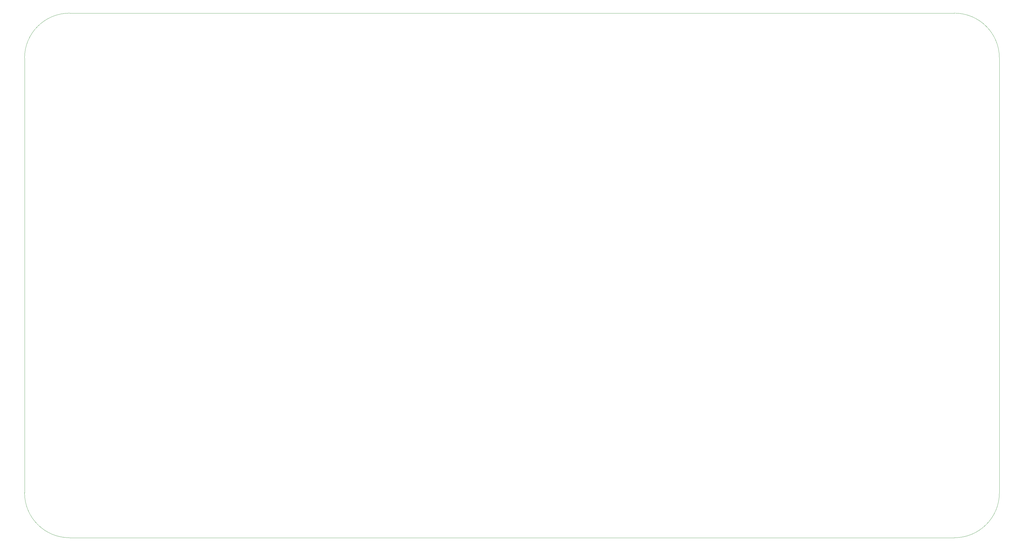
<source format=gm1>
G04 #@! TF.GenerationSoftware,KiCad,Pcbnew,7.0.5*
G04 #@! TF.CreationDate,2023-09-04T11:51:10-04:00*
G04 #@! TF.ProjectId,Hitbox Full Pcb,48697462-6f78-4204-9675-6c6c20506362,rev?*
G04 #@! TF.SameCoordinates,Original*
G04 #@! TF.FileFunction,Profile,NP*
%FSLAX46Y46*%
G04 Gerber Fmt 4.6, Leading zero omitted, Abs format (unit mm)*
G04 Created by KiCad (PCBNEW 7.0.5) date 2023-09-04 11:51:10*
%MOMM*%
%LPD*%
G01*
G04 APERTURE LIST*
G04 #@! TA.AperFunction,Profile*
%ADD10C,0.100000*%
G04 #@! TD*
G04 APERTURE END LIST*
D10*
X315000000Y-190000000D02*
G75*
G03*
X330000000Y-205000000I15000000J0D01*
G01*
X330000000Y-205000000D02*
X625000000Y-205000000D01*
X640000000Y-45000000D02*
G75*
G03*
X625000000Y-30000000I-15000000J0D01*
G01*
X625000000Y-205000000D02*
G75*
G03*
X640000000Y-190000000I0J15000000D01*
G01*
X330000000Y-30000000D02*
X625000000Y-30000000D01*
X315000000Y-45000000D02*
X315000000Y-190000000D01*
X640000000Y-45000000D02*
X640000000Y-190000000D01*
X330000000Y-30000000D02*
G75*
G03*
X315000000Y-45000000I0J-15000000D01*
G01*
M02*

</source>
